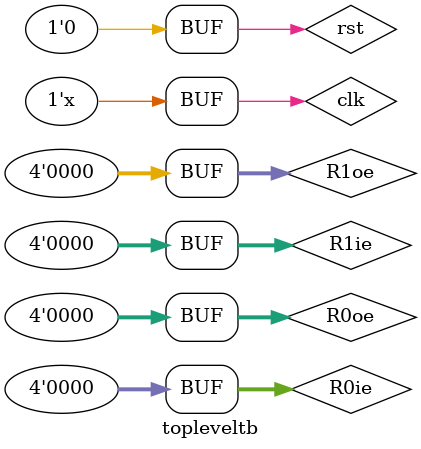
<source format=v>
`timescale 1ns / 10ps

module topleveltb;

  reg clk;
  reg rst;
  wire [3:0] bus;  
  reg [3:0] R0oe;
  reg [3:0] R1ie;
  reg [3:0] R0ie;
  reg [3:0] R1oe;

  bus dut(
    .clk(clk),
    .rst(rst),
    .R0oe(R0oe),
    .R1ie(R1ie),
    .R0ie(R0ie),
    .R1oe(R1oe),
    .bus(bus)
  );

  always begin
    #5 clk = ~clk;
  end
  
  initial begin
    clk = 0;
    rst = 1;
    R0oe = 0;
    R1oe = 0;
    R0ie = 0;
    R1ie = 0;
    
    #5 rst = 0;
    #10;
    
    R0oe = 1;
    #20 R1ie = 1;
    #30 R1ie = 0;
    #20 R0oe = 0;
    
    #50;
    
    R1oe = 1;
    #20 R0ie = 1;
    #30 R0ie = 0;
    #20 R1oe = 0;
    
    #10;
  end

endmodule

</source>
